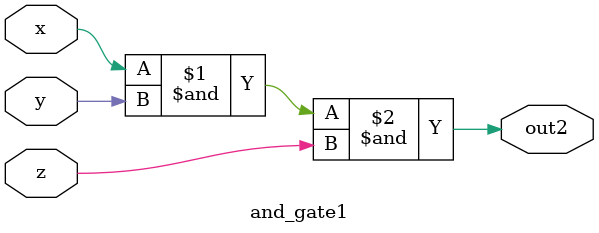
<source format=v>
module and_gate(input a,b,output out1);
  assign out1= a & b;
endmodule
module and_gate1(input x,y,z,output out2);
  assign out2 = x & y & z;
endmodule

</source>
